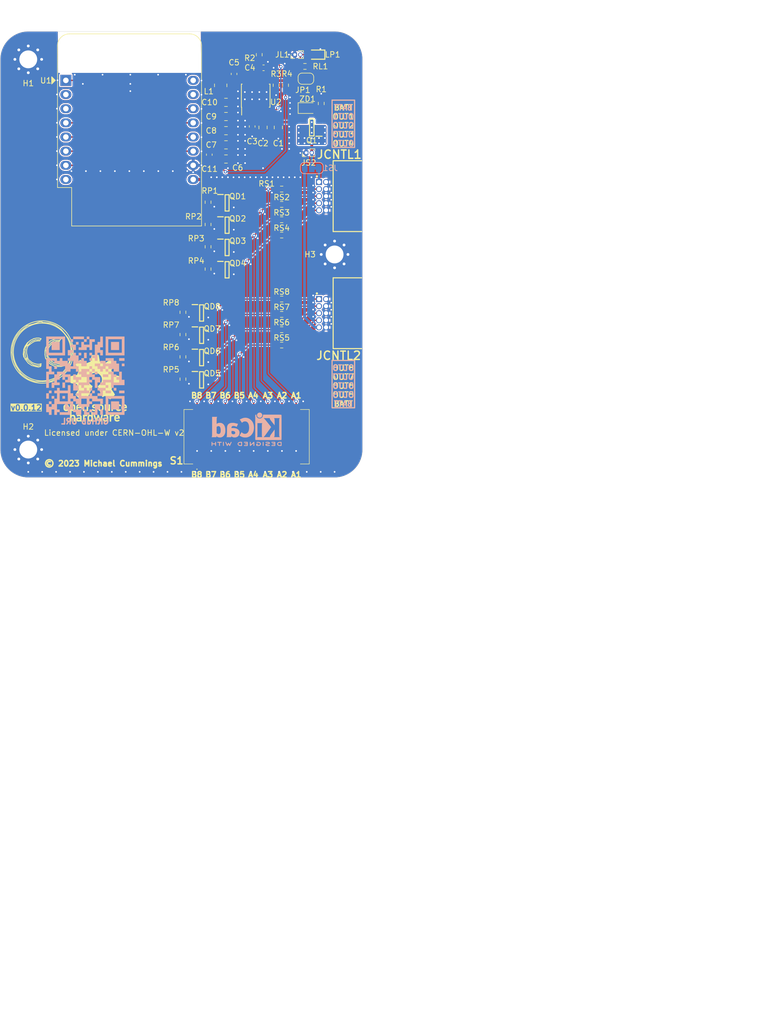
<source format=kicad_pcb>
(kicad_pcb (version 20221018) (generator pcbnew)
  (title_block (title "Dragon We SSR Control") (date "2023-02-17") (rev "0.0.12") (comment 2 "creativecommons.org/licenses/by/4.0/") (comment 3 "License: CC By 4.0") (comment 4 "Author: Michael Cummings") (comment 5 "https://ohwr.org/project/cernohl/wikis/Documents/CERN-OHL-version-2") (comment 6 "Hardware License: CERN-OHL-W"))
  (layers (0 "F.Cu" signal) (31 "B.Cu" signal) (34 "B.Paste" user) (35 "F.Paste" user) (36 "B.SilkS" user "B.Silkscreen") (37 "F.SilkS" user "F.Silkscreen") (38 "B.Mask" user) (39 "F.Mask" user) (44 "Edge.Cuts" user))
  (net 0 "")
  (net 1 "+BATT")
  (net 2 "/Control Out/OUT1")
  (net 3 "/Control Out/OUT2")
  (net 4 "/Control Out/OUT3")
  (net 5 "/Control Out/OUT4")
  (net 6 "/Control Out/OUT8")
  (net 7 "/Power Management/VDC")
  (net 8 "/Control Out/PwrIn1")
  (net 9 "/Control Out/PwrIn2")
  (net 10 "/Control Out/OUT7")
  (net 11 "/Control Out/OUT6")
  (net 12 "/Control Out/OUT5")
  (net 13 "Net-(JL1-Pin_2)")
  (net 14 "Net-(JP1-B)")
  (net 15 "/WeMOS Control/IO1")
  (net 16 "Net-(Q1-G)")
  (net 17 "/Control Out/BANK_A.OUT1")
  (net 18 "/WeMOS Control/IO2")
  (net 19 "/Control Out/BANK_A.OUT2")
  (net 20 "/WeMOS Control/IO3")
  (net 21 "/Control Out/BANK_A.OUT3")
  (net 22 "/WeMOS Control/IO4")
  (net 23 "/Control Out/BANK_A.OUT4")
  (net 24 "/WeMOS Control/IO5")
  (net 25 "/Control Out/BANK_B.OUT5")
  (net 26 "/WeMOS Control/IO6")
  (net 27 "/Control Out/BANK_B.OUT6")
  (net 28 "/WeMOS Control/IO7")
  (net 29 "/Control Out/BANK_B.OUT7")
  (net 30 "/WeMOS Control/IO8")
  (net 31 "/Power Management/PG")
  (net 32 "/Control Out/BANK_B.OUT8")
  (net 33 "/Power Management/SW")
  (net 34 "GNDPWR")
  (net 35 "/Power Management/VCC")
  (net 36 "+5V")
  (net 38 "/Power Management/BOOT")
  (net 39 "/Power Management/FB")
  (footprint "Resistor_SMD:R_0603_1608Metric" (layer "F.Cu") (at 57.28 62.625 -90)
    (fp_text reference "RP4")
    (fp_text value "10k" hide)
  )
  (footprint "Resistor_SMD:R_0603_1608Metric" (layer "F.Cu") (at 71.2 29.64 -90)
    (fp_text reference "R4")
    (fp_text value "24k9" hide)
  )
  (footprint "Resistor_SMD:R_0603_1608Metric" (layer "F.Cu") (at 70.5 68)
    (fp_text reference "RS8")
    (fp_text value "270R" hide)
  )
  (footprint "Resistor_SMD:R_0603_1608Metric" (layer "F.Cu") (at 52.77 82.37 -90)
    (fp_text reference "RP5")
    (fp_text value "10k" hide)
  )
  (footprint "Jumper:SolderJumper-2_P1.3mm_Bridged_RoundedPad1.0x1.5mm" (layer "F.Cu") (at 74.85 28.465)
    (fp_text reference "JP1")
    (fp_text value "SolderJumper_2_Bridged" hide)
  )
  (footprint "dragon_mobile:2V7002KT1G" (layer "F.Cu") (at 56.12 82.5)
    (fp_text reference "QD5")
    (fp_text value "2N7002K" hide)
  )
  (footprint "Resistor_SMD:R_0603_1608Metric" (layer "F.Cu") (at 70.5 76.25)
    (fp_text reference "RS5")
    (fp_text value "270R" hide)
  )
  (footprint "dragon_mobile:SAMTEC_SHF-105-01-L-D-RA" (layer "F.Cu") (at 77.835 49.54 -90)
    (fp_text reference "JCNTL1")
    (fp_text value "SHF-105-01-L-D-RA" hide)
  )
  (footprint "Resistor_SMD:R_0603_1608Metric" (layer "F.Cu") (at 52.77 74.37 -90)
    (fp_text reference "RP7")
    (fp_text value "10k" hide)
  )
  (footprint "dragon_mobile:LEDC1608X80N" (layer "F.Cu") (at 76.65 24.15 180)
    (fp_text reference "LP1")
    (fp_text value "LTST-C190KGKT" hide)
  )
  (footprint "Diode_SMD:D_0805_2012Metric" (layer "F.Cu") (at 75.1375 33.74)
    (fp_text reference "ZD1")
    (fp_text value "10V" hide)
  )
  (footprint "Resistor_SMD:R_0603_1608Metric" (layer "F.Cu") (at 74.675 26.265 180)
    (fp_text reference "RL1")
    (fp_text value "270R" hide)
  )
  (footprint "Resistor_SMD:R_0603_1608Metric" (layer "F.Cu") (at 57.28 50.625 -90)
    (fp_text reference "RP1")
    (fp_text value "10k" hide)
  )
  (footprint "Capacitor_SMD:C_0805_2012Metric" (layer "F.Cu") (at 60.5 37.795)
    (fp_text reference "C8")
    (fp_text value "4u7" hide)
  )
  (footprint "dragon_mobile:PinHeader_1x02_P1.00mm_Vertical" (layer "F.Cu") (at 72.85 24.15 90)
    (fp_text reference "JL1")
    (fp_text value "Conn_01x02" hide)
  )
  (footprint "Resistor_SMD:R_0603_1608Metric" (layer "F.Cu") (at 70.5 73.5)
    (fp_text reference "RS6")
    (fp_text value "270R" hide)
  )
  (footprint "dragon_mobile:2V7002KT1G" (layer "F.Cu") (at 60.7 50.75)
    (fp_text reference "QD1")
    (fp_text value "2N7002K" hide)
  )
  (footprint "Resistor_SMD:R_0603_1608Metric" (layer "F.Cu") (at 69.5 29.64 -90)
    (fp_text reference "R3")
    (fp_text value "100k" hide)
  )
  (footprint "Fiducial:Fiducial_0.5mm_Mask1mm" (layer "F.Cu") (at 25 32.5)
    (fp_text reference "FID1" hide)
    (fp_text value "Fiducial" hide)
  )
  (footprint "dragon_mobile:2V7002KT1G" (layer "F.Cu") (at 56.12 74.5)
    (fp_text reference "QD7")
    (fp_text value "2N7002K" hide)
  )
  (footprint "dragon_mobile:JCNTL2_Label" (layer "F.Cu") (at 79.55 87.5)
    (fp_text reference "JCNTL2_Label" hide)
    (fp_text value "JCNTL2_Label" hide)
  )
  (footprint "Symbol:OSHW-Logo_11.4x12mm_SilkScreen" (layer "F.Cu") (at 37 84)
    (fp_text reference "#LOGO1" hide)
    (fp_text value "OSHW-Logo_11.4x12mm_SilkScreen" hide)
  )
  (footprint "Symbol:Symbol_CreativeCommons_SilkScreenTop_Type2_Big" (layer "F.Cu") (at 27.5 77.5)
    (fp_text reference "#LOGO2" hide)
    (fp_text value "Symbol_CreativeCommons_SilkScreenTop_Type2_Big" hide)
  )
  (footprint "Capacitor_SMD:C_0603_1608Metric" (layer "F.Cu") (at 61.95 27.615 -90)
    (fp_text reference "C5")
    (fp_text value "100n" hide)
  )
  (footprint "Capacitor_SMD:C_0805_2012Metric" (layer "F.Cu") (at 60.5 35.255)
    (fp_text reference "C9")
    (fp_text value "4u7" hide)
  )
  (footprint "Resistor_SMD:R_0603_1608Metric" (layer "F.Cu") (at 66.47 24.165 90)
    (fp_text reference "R2")
    (fp_text value "100k" hide)
  )
  (footprint "Package_SO:Texas_HSOP-8-1EP_3.9x4.9mm_P1.27mm_ThermalVias" (layer "F.Cu") (at 65.835 31.515 90)
    (fp_text reference "U2")
    (fp_text value "LMR33610BDDAR" hide)
  )
  (footprint "dragon_mobile:JCNTL1_Label" (layer "F.Cu") (at 79.55 40.8)
    (fp_text reference "JCNTL1_Label" hide)
    (fp_text value "JCNTL1_Label" hide)
  )
  (footprint "Resistor_SMD:R_0603_1608Metric" (layer "F.Cu") (at 70.5 48.27)
    (fp_text reference "RS1")
    (fp_text value "270R" hide)
  )
  (footprint "Resistor_SMD:R_0603_1608Metric" (layer "F.Cu") (at 52.77 78.37 -90)
    (fp_text reference "RP6")
    (fp_text value "10k" hide)
  )
  (footprint "Capacitor_SMD:C_0603_1608Metric" (layer "F.Cu") (at 57.5 42.1 -90)
    (fp_text reference "C11")
    (fp_text value "100n" hide)
  )
  (footprint "Resistor_SMD:R_0603_1608Metric" (layer "F.Cu") (at 70.5 53.77)
    (fp_text reference "RS3")
    (fp_text value "270R" hide)
  )
  (footprint "MountingHole:MountingHole_3.2mm_M3_Pad_Via" (layer "F.Cu") (at 80 60)
    (fp_text reference "H3")
    (fp_text value "MountingHole_Pad" hide)
  )
  (footprint "dragon_mobile:2V7002KT1G" (layer "F.Cu") (at 60.7 54.75)
    (fp_text reference "QD2")
    (fp_text value "2N7002K" hide)
  )
  (footprint "Capacitor_SMD:C_0805_2012Metric" (layer "F.Cu") (at 60.5 32.715)
    (fp_text reference "C10")
    (fp_text value "4u7" hide)
  )
  (footprint "Resistor_SMD:R_0603_1608Metric" (layer "F.Cu") (at 70.5 51.02)
    (fp_text reference "RS2")
    (fp_text value "270R" hide)
  )
  (footprint "Capacitor_SMD:C_0805_2012Metric" (layer "F.Cu") (at 69.9 37.215 -90)
    (fp_text reference "C1")
    (fp_text value "4u7" hide)
  )
  (footprint "dragon_mobile:2V7002KT1G" (layer "F.Cu") (at 56.12 78.5)
    (fp_text reference "QD6")
    (fp_text value "2N7002K" hide)
  )
  (footprint "dragon_mobile:2V7002KT1G" (layer "F.Cu") (at 60.7 58.75)
    (fp_text reference "QD3")
    (fp_text value "2N7002K" hide)
  )
  (footprint "Fiducial:Fiducial_0.5mm_Mask1mm" (layer "F.Cu") (at 80 26.5)
    (fp_text reference "FID2" hide)
    (fp_text value "Fiducial" hide)
  )
  (footprint "Capacitor_SMD:C_0603_1608Metric" (layer "F.Cu") (at 67.245 26.515)
    (fp_text reference "C4")
    (fp_text value "1u" hide)
  )
  (footprint "Resistor_SMD:R_0603_1608Metric" (layer "F.Cu") (at 57.28 58.625 -90)
    (fp_text reference "RP3")
    (fp_text value "10k" hide)
  )
  (footprint "dragon_mobile:SAMTEC_SHF-105-01-L-D-RA" (layer "F.Cu") (at 77.835 70.54 -90)
    (fp_text reference "JCNTL2")
    (fp_text value "SHF-105-01-L-D-RA" hide)
  )
  (footprint "Capacitor_SMD:C_0805_2012Metric" (layer "F.Cu") (at 60.5 42.875)
    (fp_text reference "C6")
    (fp_text value "4u7" hide)
  )
  (footprint "dragon_mobile:PinHeader_1x02_P1.00mm_Vertical" (layer "F.Cu") (at 74.9 41.75 90)
    (fp_text reference "JS2")
    (fp_text value "Conn_01x02" hide)
  )
  (footprint "Resistor_SMD:R_0603_1608Metric" (layer "F.Cu") (at 70.5 70.75)
    (fp_text reference "RS7")
    (fp_text value "270R" hide)
  )
  (footprint "Capacitor_SMD:C_0805_2012Metric" (layer "F.Cu") (at 67.15 37.215 -90)
    (fp_text reference "C2")
    (fp_text value "4u7" hide)
  )
  (footprint "Capacitor_SMD:C_0603_1608Metric" (layer "F.Cu") (at 65.2 37.04 -90)
    (fp_text reference "C3")
    (fp_text value "220n" hide)
  )
  (footprint "Resistor_SMD:R_0603_1608Metric" (layer "F.Cu") (at 57.28 54.625 -90)
    (fp_text reference "RP2")
    (fp_text value "10k" hide)
  )
  (footprint "Capacitor_SMD:C_0805_2012Metric" (layer "F.Cu") (at 60.5 40.335)
    (fp_text reference "C7")
    (fp_text value "4u7" hide)
  )
  (footprint "dragon_mobile:SOT95P284X110-6N" (layer "F.Cu") (at 75.9 37.215 180)
    (fp_text reference "Q1")
    (fp_text value "SQ3419EV-T1_GE3" hide)
  )
  (footprint "Resistor_SMD:R_0603_1608Metric" (layer "F.Cu") (at 70.5 56.52)
    (fp_text reference "RS4")
    (fp_text value "270R" hide)
  )
  (footprint "Inductor_SMD:L_1008_2520Metric" (layer "F.Cu") (at 59.55 29.665 -90)
    (fp_text reference "L1")
    (fp_text value "2u2" hide)
  )
  (footprint "MountingHole:MountingHole_3.2mm_M3_Pad_Via" (layer "F.Cu") (at 25 95)
    (fp_text reference "H2")
    (fp_text value "MountingHole_Pad" hide)
  )
  (footprint "dragon_mobile:2V7002KT1G" (layer "F.Cu") (at 56.12 70.5)
    (fp_text reference "QD8")
    (fp_text value "2N7002K" hide)
  )
  (footprint "dragon_mobile:1938MS" (layer "F.Cu") (at 64.2 92.7)
    (fp_text reference "S1")
    (fp_text value "193-8MS" hide)
  )
  (footprint "Fiducial:Fiducial_0.5mm_Mask1mm" (layer "F.Cu") (at 80 95)
    (fp_text reference "FID3" hide)
    (fp_text value "Fiducial" hide)
  )
  (footprint "dragon_mobile:2V7002KT1G" (layer "F.Cu") (at 60.7 62.75)
    (fp_text reference "QD4")
    (fp_text value "2N7002K" hide)
  )
  (footprint "Resistor_SMD:R_0603_1608Metric" (layer "F.Cu") (at 52.77 70.37 -90)
    (fp_text reference "RP8")
    (fp_text value "10k" hide)
  )
  (footprint "Resistor_SMD:R_0603_1608Metric" (layer "F.Cu") (at 77.6 32.915 90)
    (fp_text reference "R1")
    (fp_text value "100k" hide)
  )
  (footprint "dragon_mobile:WEMOS_D1_mini_light" (layer "F.Cu") (at 31.75 28.77)
    (fp_text reference "U1")
    (fp_text value "WeMos_D1_mini")
  )
  (footprint "MountingHole:MountingHole_3.2mm_M3_Pad_Via" (layer "F.Cu") (at 25 25)
    (fp_text reference "H1")
    (fp_text value "MountingHole_Pad" hide)
  )
  (footprint "Jumper:SolderJumper-3_P1.3mm_Bridged12_RoundedPad1.0x1.5mm_NumberLabels" (layer "B.Cu") (at 75.9 44.5 180)
    (fp_text reference "JS1")
    (fp_text value "SolderJumper_3_Bridged12" hide)
  )
  (footprint "Symbol:KiCad-Logo2_5mm_SilkScreen" (layer "B.Cu") (at 64.2 91.35 180)
    (fp_text reference "REF_KiCAD" hide)
    (fp_text value "KiCad-Logo2_5mm_SilkScreen" hide)
  )
  (footprint "LOGO" (layer "B.Cu") (at 35.25 81.75 180)
    (fp_text reference "QRCode1" hide)
    (fp_text value "GitHub URL")
  )
  (gr_line (start 20 95) (end 20 25) (stroke (width 0.05)) (layer "Edge.Cuts"))
  (gr_arc (start 25 100) (mid 21.464467 98.535534) (end 20 95) (stroke (width 0.05)) (layer "Edge.Cuts"))
  (gr_line (start 85 25) (end 85 95) (stroke (width 0.05)) (layer "Edge.Cuts"))
  (gr_arc (start 80 20) (mid 83.535533 21.464466) (end 85 25) (stroke (width 0.05)) (layer "Edge.Cuts"))
  (gr_arc (start 85 95) (mid 83.535534 98.535533) (end 80 100) (stroke (width 0.05)) (layer "Edge.Cuts"))
  (gr_line (start 25 20) (end 80 20) (stroke (width 0.05)) (layer "Edge.Cuts"))
  (gr_arc (start 20 25) (mid 21.464466 21.464467) (end 25 20) (stroke (width 0.05)) (layer "Edge.Cuts"))
  (gr_line (start 80 100) (end 25 100) (stroke (width 0.05)) (layer "Edge.Cuts"))
  (gr_text "© 2023 Michael Cummings" (at 27.75 97.5) (layer "F.SilkS") (effects (font (size 1 1) (thickness 0.25) bold) (justify left)))
  (gr_text "B6" (at 60.35 85.3) (layer "F.SilkS") (effects (font (size 1 1) (thickness 0.25))))
  (gr_text "A2" (at 70.56 85.3) (layer "F.SilkS") (effects (font (size 1 1) (thickness 0.25))))
  (gr_text "A1" (at 73.1 85.3) (layer "F.SilkS") (effects (font (size 1 1) (thickness 0.25))))
  (gr_text "v0.0.12" (at 21.75 87.5) (layer "F.SilkS" knockout) (effects (font (size 1 1) (thickness 0.2) bold) (justify left)))
  (gr_text "B8" (at 55.25 85.3) (layer "F.SilkS") (effects (font (size 1 1) (thickness 0.25))))
  (gr_text "B5" (at 62.9 85.3) (layer "F.SilkS") (effects (font (size 1 1) (thickness 0.25))))
  (gr_text "B8" (at 55.25 99.5) (layer "F.SilkS") (effects (font (size 1 1) (thickness 0.25))))
  (gr_text "A4" (at 65.4 99.5) (layer "F.SilkS") (effects (font (size 1 1) (thickness 0.25))))
  (gr_text "B6" (at 60.35 99.5) (layer "F.SilkS") (effects (font (size 1 1) (thickness 0.25))))
  (gr_text "A1" (at 73.1 99.5) (layer "F.SilkS") (effects (font (size 1 1) (thickness 0.25))))
  (gr_text "A3" (at 68.02 85.3) (layer "F.SilkS") (effects (font (size 1 1) (thickness 0.25))))
  (gr_text "B7" (at 57.8 85.3) (layer "F.SilkS") (effects (font (size 1 1) (thickness 0.25))))
  (gr_text "B5" (at 62.9 99.5) (layer "F.SilkS") (effects (font (size 1 1) (thickness 0.25))))
  (gr_text "Licensed under CERN-OHL-W v2" (at 27.75 92) (layer "F.SilkS") (effects (font (size 1 1)) (justify left)))
  (gr_text "A3" (at 68.02 99.5) (layer "F.SilkS") (effects (font (size 1 1) (thickness 0.25))))
  (gr_text "A2" (at 70.56 99.5) (layer "F.SilkS") (effects (font (size 1 1) (thickness 0.25))))
  (gr_text "B7" (at 57.8 99.5) (layer "F.SilkS") (effects (font (size 1 1) (thickness 0.25))))
  (gr_text "A4" (at 65.4 85.3) (layer "F.SilkS") (effects (font (size 1 1) (thickness 0.25))))
  (segment (start 75.9 41.75) (end 75.9 40.065) (width 0.5) (layer "F.Cu") (net 1))
  (via (at 75.9 40.065) (size 0.6) (drill 0.3) (layers "F.Cu" "B.Cu") (net 1))
  (via (at 78.25 38.165) (size 0.6) (drill 0.3) (layers "F.Cu" "B.Cu") (net 1))
  (via (at 75.9 39.115) (size 0.6) (drill 0.3) (layers "F.Cu" "B.Cu") (net 1))
  (via (at 78.25 40.065) (size 0.6) (drill 0.3) (layers "F.Cu" "B.Cu") (net 1))
  (via (at 73.55 38.165) (size 0.6) (drill 0.3) (layers "F.Cu" "B.Cu") (net 1))
  (via (at 73.55 37.215) (size 0.6) (drill 0.3) (layers "F.Cu" "B.Cu") (net 1))
  (via (at 77.2 39.115) (size 0.6) (drill 0.3) (layers "F.Cu" "B.Cu") (net 1))
  (via (at 78.25 39.115) (size 0.6) (drill 0.3) (layers "F.Cu" "B.Cu") (net 1))
  (via (at 75.9 36.265) (size 0.6) (drill 0.3) (layers "F.Cu" "B.Cu") (net 1))
  (via (at 75.9 38.165) (size 0.6) (drill 0.3) (layers "F.Cu" "B.Cu") (net 1))
  (via (at 74.6 39.115) (size 0.6) (drill 0.3) (layers "F.Cu" "B.Cu") (net 1))
  (via (at 74.6 40.065) (size 0.6) (drill 0.3) (layers "F.Cu" "B.Cu") (net 1))
  (via (at 77.2 40.065) (size 0.6) (drill 0.3) (layers "F.Cu" "B.Cu") (net 1))
  (via (at 73.55 39.115) (size 0.6) (drill 0.3) (layers "F.Cu" "B.Cu") (net 1))
  (via (at 75.9 37.215) (size 0.6) (drill 0.3) (layers "F.Cu" "B.Cu") (net 1))
  (via (at 73.55 40.065) (size 0.6) (drill 0.3) (layers "F.Cu" "B.Cu") (net 1))
  (via (at 78.25 37.215) (size 0.6) (drill 0.3) (layers "F.Cu" "B.Cu") (net 1))
  (segment (start 75.9 44.5) (end 75.9 41.75) (width 0.5) (layer "B.Cu") (net 1))
  (segment (start 71.325 48.27) (end 77.2 48.27) (width 0.25) (layer "F.Cu") (net 2))
  (segment (start 73.86521 49.54) (end 77.2 49.54) (width 0.25) (layer "F.Cu") (net 3))
  (segment (start 71.325 51.02) (end 72.17479 51.02) (width 0.25) (layer "F.Cu") (net 3))
  (segment (start 72.354395 50.945605) (end 73.685605 49.614395) (width 0.25) (layer "F.Cu") (net 3))
  (arc (start 73.685605 49.614395) (mid 73.768008 49.559335) (end 73.86521 49.54) (width 0.25) (layer "F.Cu") (net 3))
  (arc (start 72.354395 50.945605) (mid 72.271992 51.000665) (end 72.17479 51.02) (width 0.25) (layer "F.Cu") (net 3))
  (segment (start 75.14521 50.81) (end 77.2 50.81) (width 0.25) (layer "F.Cu") (net 4))
  (segment (start 71.325 53.77) (end 71.97479 53.77) (width 0.25) (layer "F.Cu") (net 4))
  (segment (start 72.154395 53.695605) (end 74.965605 50.884395) (width 0.25) (layer "F.Cu") (net 4))
  (arc (start 74.965605 50.884395) (mid 75.048008 50.829335) (end 75.14521 50.81) (width 0.25) (layer "F.Cu") (net 4))
  (arc (start 72.154395 53.695605) (mid 72.071992 53.750665) (end 71.97479 53.77) (width 0.25) (layer "F.Cu") (net 4))
  (segment (start 72.104395 56.445605) (end 76.395605 52.154395) (width 0.25) (layer "F.Cu") (net 5))
  (segment (start 76.57521 52.08) (end 77.2 52.08) (width 0.25) (layer "F.Cu") (net 5))
  (segment (start 71.325 56.52) (end 71.92479 56.52) (width 0.25) (layer "F.Cu") (net 5))
  (arc (start 71.92479 56.52) (mid 72.021992 56.500665) (end 72.104395 56.445605) (width 0.25) (layer "F.Cu") (net 5))
  (arc (start 76.57521 52.08) (mid 76.478008 52.099335) (end 76.395605 52.154395) (width 0.25) (layer "F.Cu") (net 5))
  (segment (start 71.325 68) (end 77.2 68) (width 0.25) (layer "F.Cu") (net 6))
  (segment (start 74.2 34.9) (end 74.6 35.3) (width 0.25) (layer "F.Cu") (net 7))
  (segment (start 74.6 36.265) (end 65.2 36.265) (width 0.5) (layer "F.Cu") (net 7))
  (segment (start 66.47 34.215) (end 65.2 34.215) (width 0.55) (layer "F.Cu") (net 7))
  (segment (start 65.2 36.265) (end 65.2 34.215) (width 0.55) (layer "F.Cu") (net 7))
  (segment (start 74.2 33.74) (end 74.2 34.9) (width 0.25) (layer "F.Cu") (net 7))
  (segment (start 74.6 35.3) (end 74.6 36.265) (width 0.25) (layer "F.Cu") (net 7))
  (segment (start 77.2 47) (end 77.2 44.5) (width 0.5) (layer "B.Cu") (net 8))
  (segment (start 76.354859 73.005605) (end 74.674395 71.325141) (width 0.5) (layer "B.Cu") (net 9))
  (segment (start 77.2 73.08) (end 76.534464 73.08) (width 0.5) (layer "B.Cu") (net 9))
  (segment (start 74.6 71.145536) (end 74.6 44.5) (width 0.5) (layer "B.Cu") (net 9))
  (arc (start 76.354859 73.005605) (mid 76.437262 73.060665) (end 76.534464 73.08) (width 0.5) (layer "B.Cu") (net 9))
  (arc (start 74.6 71.145536) (mid 74.619335 71.242738) (end 74.674395 71.325141) (width 0.5) (layer "B.Cu") (net 9))
  (segment (start 73.68521 69.27) (end 77.2 69.27) (width 0.25) (layer "F.Cu") (net 10))
  (segment (start 71.325 70.75) (end 71.99479 70.75) (width 0.25) (layer "F.Cu") (net 10))
  (segment (start 72.174395 70.675605) (end 73.505605 69.344395) (width 0.25) (layer "F.Cu") (net 10))
  (arc (start 73.505605 69.344395) (mid 73.588008 69.289335) (end 73.68521 69.27) (width 0.25) (layer "F.Cu") (net 10))
  (arc (start 72.174395 70.675605) (mid 72.091992 70.730665) (end 71.99479 70.75) (width 0.25) (layer "F.Cu") (net 10))
  (segment (start 75.16 70.54) (end 77.2 70.54) (width 0.25) (layer "F.Cu") (net 11))
  (segment (start 72.2 73.5) (end 75.16 70.54) (width 0.25) (layer "F.Cu") (net 11))
  (segment (start 71.325 73.5) (end 72.2 73.5) (width 0.25) (layer "F.Cu") (net 11))
  (segment (start 76.44 71.81) (end 77.2 71.81) (width 0.25) (layer "F.Cu") (net 12))
  (segment (start 72 76.25) (end 76.44 71.81) (width 0.25) (layer "F.Cu") (net 12))
  (segment (start 71.325 76.25) (end 72 76.25) (width 0.25) (layer "F.Cu") (net 12))
  (segment (start 73.85 24.15) (end 75.85 24.15) (width 0.25) (layer "F.Cu") (net 13))
  (segment (start 73.85 26.265) (end 73.85 24.15) (width 0.25) (layer "F.Cu") (net 13))
  (segment (start 75.5 28.465) (end 75.5 26.265) (width 0.25) (layer "F.Cu") (net 14))
  (segment (start 54.61 41.47) (end 53.38 41.47) (width 0.25) (layer "F.Cu") (net 15))
  (segment (start 56 49.8) (end 57.28 49.8) (width 0.25) (layer "F.Cu") (net 15))
  (segment (start 52.25 42.6) (end 52.25 46.05) (width 0.25) (layer "F.Cu") (net 15))
  (segment (start 53.38 41.47) (end 52.25 42.6) (width 0.25) (layer "F.Cu") (net 15))
  (segment (start 57.28 49.8) (end 59.7625 49.8) (width 0.25) (layer "F.Cu") (net 15))
  (segment (start 52.25 46.05) (end 56 49.8) (width 0.25) (layer "F.Cu") (net 15))
  (segment (start 77.2 35.2) (end 77.6 34.8) (width 0.25) (layer "F.Cu") (net 16))
  (segment (start 77.6 34.8) (end 77.6 33.74) (width 0.25) (layer "F.Cu") (net 16))
  (segment (start 77.2 36.265) (end 77.2 35.2) (width 0.25) (layer "F.Cu") (net 16))
  (segment (start 77.6 33.74) (end 76.075 33.74) (width 0.25) (layer "F.Cu") (net 16))
  (segment (start 63.39479 50.75) (end 61.9 50.75) (width 0.25) (layer "F.Cu") (net 17))
  (segment (start 69.675 48.27) (end 66.08521 48.27) (width 0.25) (layer "F.Cu") (net 17))
  (segment (start 73.09 88.4) (end 73.09 86.35) (width 0.25) (layer "F.Cu") (net 17))
  (segment (start 65.905605 48.344395) (end 63.574395 50.675605) (width 0.25) (layer "F.Cu") (net 17))
  (via (at 73.09 86.35) (size 0.6) (drill 0.3) (layers "F.Cu" "B.Cu") (net 17))
  (via (at 68.1 48.27) (size 0.6) (drill 0.3) (layers "F.Cu" "B.Cu") (net 17))
  (arc (start 63.574395 50.675605) (mid 63.491992 50.730665) (end 63.39479 50.75) (width 0.25) (layer "F.Cu") (net 17))
  (arc (start 66.08521 48.27) (mid 65.988008 48.289335) (end 65.905605 48.344395) (width 0.25) (layer "F.Cu") (net 17))
  (segment (start 68.174395 81.434395) (end 73.09 86.35) (width 0.25) (layer "B.Cu") (net 17))
  (segment (start 68.1 48.27) (end 68.1 81.25479) (width 0.25) (layer "B.Cu") (net 17))
  (arc (start 68.1 81.25479) (mid 68.119335 81.351992) (end 68.174395 81.434395) (width 0.25) (layer "B.Cu") (net 17))
  (segment (start 54.61 38.93) (end 53.37 38.93) (width 0.25) (layer "F.Cu") (net 18))
  (segment (start 49.65 46.95) (end 56.5 53.8) (width 0.25) (layer "F.Cu") (net 18))
  (segment (start 57.28 53.8) (end 59.7625 53.8) (width 0.25) (layer "F.Cu") (net 18))
  (segment (start 56.5 53.8) (end 57.28 53.8) (width 0.25) (layer "F.Cu") (net 18))
  (segment (start 53.37 38.93) (end 49.65 42.65) (width 0.25) (layer "F.Cu") (net 18))
  (segment (start 49.65 42.65) (end 49.65 46.95) (width 0.25) (layer "F.Cu") (net 18))
  (segment (start 64.374395 54.675605) (end 67.955605 51.094395) (width 0.25) (layer "F.Cu") (net 19))
  (segment (start 61.9 54.75) (end 64.19479 54.75) (width 0.25) (layer "F.Cu") (net 19))
  (segment (start 70.55 88.4) (end 70.55 86.35) (width 0.25) (layer "F.Cu") (net 19))
  (segment (start 68.13521 51.02) (end 69.675 51.02) (width 0.25) (layer "F.Cu") (net 19))
  (via (at 70.55 86.35) (size 0.6) (drill 0.3) (layers "F.Cu" "B.Cu") (net 19))
  (via (at 66.825 52.225) (size 0.6) (drill 0.3) (layers "F.Cu" "B.Cu") (net 19))
  (arc (start 64.19479 54.75) (mid 64.291992 54.730665) (end 64.374395 54.675605) (width 0.25) (layer "F.Cu") (net 19))
  (arc (start 68.13521 51.02) (mid 68.038008 51.039335) (end 67.955605 51.094395) (width 0.25) (layer "F.Cu") (net 19))
  (segment (start 66.825 52.225) (end 66.825 82.51979) (width 0.25) (layer "B.Cu") (net 19))
  (segment (start 66.899395 82.699395) (end 70.55 86.35) (width 0.25) (layer "B.Cu") (net 19))
  (arc (start 66.899395 82.699395) (mid 66.844335 82.616992) (end 66.825 82.51979) (width 0.25) (layer "B.Cu") (net 19))
  (segment (start 56.5 57.8) (end 57.28 57.8) (width 0.25) (layer "F.Cu") (net 20))
  (segment (start 53.36 36.39) (end 47.05 42.7) (width 0.25) (layer "F.Cu") (net 20))
  (segment (start 54.61 36.39) (end 53.36 36.39) (width 0.25) (layer "F.Cu") (net 20))
  (segment (start 47.05 48.35) (end 56.5 57.8) (width 0.25) (layer "F.Cu") (net 20))
  (segment (start 47.05 42.7) (end 47.05 48.35) (width 0.25) (layer "F.Cu") (net 20))
  (segment (start 57.28 57.8) (end 59.7625 57.8) (width 0.25) (layer "F.Cu") (net 20))
  (segment (start 63.474395 58.675605) (end 68.305605 53.844395) (width 0.25) (layer "F.Cu") (net 21))
  (segment (start 68.01 88.4) (end 68.01 86.35) (width 0.25) (layer "F.Cu") (net 21))
  (segment (start 61.9 58.75) (end 63.29479 58.75) (width 0.25) (layer "F.Cu") (net 21))
  (segment (start 68.48521 53.77) (end 69.675 53.77) (width 0.25) (layer "F.Cu") (net 21))
  (via (at 65.55 56.6) (size 0.6) (drill 0.3) (layers "F.Cu" "B.Cu") (net 21))
  (via (at 68.01 86.35) (size 0.6) (drill 0.3) (layers "F.Cu" "B.Cu") (net 21))
  (arc (start 68.305605 53.844395) (mid 68.388008 53.789335) (end 68.48521 53.77) (width 0.25) (layer "F.Cu") (net 21))
  (arc (start 63.474395 58.675605) (mid 63.391992 58.730665) (end 63.29479 58.75) (width 0.25) (layer "F.Cu") (net 21))
  (segment (start 65.55 56.6) (end 65.55 83.78479) (width 0.25) (layer "B.Cu") (net 21))
  (segment (start 65.624395 83.964395) (end 68.01 86.35) (width 0.25) (layer "B.Cu") (net 21))
  (arc (start 65.55 83.78479) (mid 65.569335 83.881992) (end 65.624395 83.964395) (width 0.25) (layer "B.Cu") (net 21))
  (segment (start 57.28 61.8) (end 59.7625 61.8) (width 0.25) (layer "F.Cu") (net 22))
  (segment (start 53.35 33.85) (end 44.45 42.75) (width 0.25) (layer "F.Cu") (net 22))
  (segment (start 56.5 61.8) (end 57.28 61.8) (width 0.25) (layer "F.Cu") (net 22))
  (segment (start 54.61 33.85) (end 53.35 33.85) (width 0.25) (layer "F.Cu") (net 22))
  (segment (start 44.45 42.75) (end 44.45 49.75) (width 0.25) (layer "F.Cu") (net 22))
  (segment (start 44.45 49.75) (end 56.5 61.8) (width 0.25) (layer "F.Cu") (net 22))
  (segment (start 69.08521 56.52) (end 69.675 56.52) (width 0.25) (layer "F.Cu") (net 23))
  (segment (start 65.47 88.4) (end 65.47 86.35) (width 0.25) (layer "F.Cu") (net 23))
  (segment (start 62.824395 62.675605) (end 68.905605 56.594395) (width 0.25) (layer "F.Cu") (net 23))
  (segment (start 61.9 62.75) (end 62.64479 62.75) (width 0.25) (layer "F.Cu") (net 23))
  (via (at 64.295 61.205) (size 0.6) (drill 0.3) (layers "F.Cu" "B.Cu") (net 23))
  (via (at 65.47 86.35) (size 0.6) (drill 0.3) (layers "F.Cu" "B.Cu") (net 23))
  (arc (start 62.64479 62.75) (mid 62.741992 62.730665) (end 62.824395 62.675605) (width 0.25) (layer "F.Cu") (net 23))
  (arc (start 68.905605 56.594395) (mid 68.988008 56.539335) (end 69.08521 56.52) (width 0.25) (layer "F.Cu") (net 23))
  (segment (start 64.364395 85.244395) (end 65.47 86.35) (width 0.25) (layer "B.Cu") (net 23))
  (segment (start 64.29 61.21) (end 64.29 85.06479) (width 0.25) (layer "B.Cu") (net 23))
  (segment (start 64.295 61.205) (end 64.29 61.21) (width 0.25) (layer "B.Cu") (net 23))
  (arc (start 64.29 85.06479) (mid 64.309335 85.161992) (end 64.364395 85.244395) (width 0.25) (layer "B.Cu") (net 23))
  (segment (start 34.05 45) (end 34.05 63.6) (width 0.25) (layer "F.Cu") (net 24))
  (segment (start 52.77 81.545) (end 54.92 81.545) (width 0.25) (layer "F.Cu") (net 24))
  (segment (start 33.06 44.01) (end 34.05 45) (width 0.25) (layer "F.Cu") (net 24))
  (segment (start 31.75 44.01) (end 33.06 44.01) (width 0.25) (layer "F.Cu") (net 24))
  (segment (start 34.05 63.6) (end 51.995 81.545) (width 0.25) (layer "F.Cu") (net 24))
  (segment (start 51.995 81.545) (end 52.77 81.545) (width 0.25) (layer "F.Cu") (net 24))
  (segment (start 62.93 88.4) (end 62.93 86.35) (width 0.25) (layer "F.Cu") (net 25))
  (segment (start 58.474395 82.425605) (end 64.575605 76.324395) (width 0.25) (layer "F.Cu") (net 25))
  (segment (start 57.32 82.5) (end 58.29479 82.5) (width 0.25) (layer "F.Cu") (net 25))
  (segment (start 64.75521 76.25) (end 69.675 76.25) (width 0.25) (layer "F.Cu") (net 25))
  (via (at 62.93 86.35) (size 0.6) (drill 0.3) (layers "F.Cu" "B.Cu") (net 25))
  (via (at 63.005 77.895) (size 0.6) (drill 0.3) (layers "F.Cu" "B.Cu") (net 25))
  (arc (start 64.75521 76.25) (mid 64.658008 76.269335) (end 64.575605 76.324395) (width 0.25) (layer "F.Cu") (net 25))
  (arc (start 58.29479 82.5) (mid 58.391992 82.480665) (end 58.474395 82.425605) (width 0.25) (layer "F.Cu") (net 25))
  (segment (start 62.930605 86.349395) (end 62.93 86.35) (width 0.25) (layer "B.Cu") (net 25))
  (segment (start 63.005 77.895) (end 63.005 86.16979) (width 0.25) (layer "B.Cu") (net 25))
  (arc (start 62.930605 86.349395) (mid 62.985665 86.266992) (end 63.005 86.16979) (width 0.25) (layer "B.Cu") (net 25))
  (segment (start 31.75 41.47) (end 33.12 41.47) (width 0.25) (layer "F.Cu") (net 26))
  (segment (start 36.65 62.2) (end 51.995 77.545) (width 0.25) (layer "F.Cu") (net 26))
  (segment (start 51.995 77.545) (end 52.77 77.545) (width 0.25) (layer "F.Cu") (net 26))
  (segment (start 36.65 45) (end 36.65 62.2) (width 0.25) (layer "F.Cu") (net 26))
  (segment (start 52.77 77.545) (end 54.92 77.545) (width 0.25) (layer "F.Cu") (net 26))
  (segment (start 33.12 41.47) (end 36.65 45) (width 0.25) (layer "F.Cu") (net 26))
  (segment (start 60.39 88.4) (end 60.39 86.35) (width 0.25) (layer "F.Cu") (net 27))
  (segment (start 63.25521 73.5) (end 69.675 73.5) (width 0.25) (layer "F.Cu") (net 27))
  (segment (start 58.224395 78.425605) (end 63.075605 73.574395) (width 0.25) (layer "F.Cu") (net 27))
  (segment (start 57.32 78.5) (end 58.04479 78.5) (width 0.25) (layer "F.Cu") (net 27))
  (via (at 60.39 86.35) (size 0.6) (drill 0.3) (layers "F.Cu" "B.Cu") (net 27))
  (via (at 61.745 74.905) (size 0.6) (drill 0.3) (layers "F.Cu" "B.Cu") (net 27))
  (arc (start 58.224395 78.425605) (mid 58.141992 78.480665) (end 58.04479 78.5) (width 0.25) (layer "F.Cu") (net 27))
  (arc (start 63.075605 73.574395) (mid 63.158008 73.519335) (end 63.25521 73.5) (width 0.25) (layer "F.Cu") (net 27))
  (segment (start 61.670605 85.069395) (end 60.39 86.35) (width 0.25) (layer "B.Cu") (net 27))
  (segment (start 61.745 74.905) (end 61.745 84.88979) (width 0.25) (layer "B.Cu") (net 27))
  (arc (start 61.745 84.88979) (mid 61.725665 84.986992) (end 61.670605 85.069395) (width 0.25) (layer "B.Cu") (net 27))
  (segment (start 39.3 60.85) (end 51.995 73.545) (width 0.25) (layer "F.Cu") (net 28))
  (segment (start 31.75 38.93) (end 33.23 38.93) (width 0.25) (layer "F.Cu") (net 28))
  (segment (start 52.77 73.545) (end 54.92 73.545) (width 0.25) (layer "F.Cu") (net 28))
  (segment (start 39.3 45) (end 39.3 60.85) (width 0.25) (layer "F.Cu") (net 28))
  (segment (start 33.23 38.93) (end 39.3 45) (width 0.25) (layer "F.Cu") (net 28))
  (segment (start 51.995 73.545) (end 52.77 73.545) (width 0.25) (layer "F.Cu") (net 28))
  (segment (start 62.00521 70.75) (end 69.675 70.75) (width 0.25) (layer "F.Cu") (net 29))
  (segment (start 58.224395 74.425605) (end 61.825605 70.824395) (width 0.25) (layer "F.Cu") (net 29))
  (segment (start 57.85 88.4) (end 57.85 86.35) (width 0.25) (layer "F.Cu") (net 29))
  (segment (start 57.32 74.5) (end 58.04479 74.5) (width 0.25) (layer "F.Cu") (net 29))
  (via (at 57.85 86.35) (size 0.6) (drill 0.3) (layers "F.Cu" "B.Cu") (net 29))
  (via (at 60.475 72.175) (size 0.6) (drill 0.3) (layers "F.Cu" "B.Cu") (net 29))
  (arc (start 61.825605 70.824395) (mid 61.908008 70.769335) (end 62.00521 70.75) (width 0.25) (layer "F.Cu") (net 29))
  (arc (start 58.04479 74.5) (mid 58.141992 74.480665) (end 58.224395 74.425605) (width 0.25) (layer "F.Cu") (net 29))
  (segment (start 60.400605 83.799395) (end 57.85 86.35) (width 0.25) (layer "B.Cu") (net 29))
  (segment (start 60.475 72.175) (end 60.475 83.61979) (width 0.25) (layer "B.Cu") (net 29))
  (arc (start 60.400605 83.799395) (mid 60.455665 83.716992) (end 60.475 83.61979) (width 0.25) (layer "B.Cu") (net 29))
  (segment (start 41.85 45) (end 41.85 59.4) (width 0.25) (layer "F.Cu") (net 30))
  (segment (start 51.995 69.545) (end 52.77 69.545) (width 0.25) (layer "F.Cu") (net 30))
  (segment (start 33.24 36.39) (end 41.85 45) (width 0.25) (layer "F.Cu") (net 30))
  (segment (start 31.75 36.39) (end 33.24 36.39) (width 0.25) (layer "F.Cu") (net 30))
  (segment (start 52.77 69.545) (end 54.92 69.545) (width 0.25) (layer "F.Cu") (net 30))
  (segment (start 41.85 59.4) (end 51.995 69.545) (width 0.25) (layer "F.Cu") (net 30))
  (segment (start 62.4156 23.34) (end 55.7056 30.05) (width 0.25) (layer "F.Cu") (net 31))
  (segment (start 34.5444 30.05) (end 34.045 29.5506) (width 0.25) (layer "F.Cu") (net 31))
  (segment (start 70.35 26.315) (end 67.375 23.34) (width 0.25) (layer "F.Cu") (net 31))
  (segment (start 67.74 34.215) (end 69.3 34.215) (width 0.25) (layer "F.Cu") (net 31))
  (segment (start 67.375 23.34) (end 66.47 23.34) (width 0.25) (layer "F.Cu") (net 31))
  (segment (start 55.7056 30.05) (end 34.5444 30.05) (width 0.25) (layer "F.Cu") (net 31))
  (segment (start 34.045 29.5506) (end 34.045 29.545) (width 0.25) (layer "F.Cu") (net 31))
  (segment (start 66.47 23.34) (end 62.4156 23.34) (width 0.25) (layer "F.Cu") (net 31))
  (segment (start 69.3 34.215) (end 69.8 33.715) (width 0.25) (layer "F.Cu") (net 31))
  (segment (start 34.045 29.545) (end 33.27 28.77) (width 0.25) (layer "F.Cu") (net 31))
  (segment (start 33.27 28.77) (end 31.75 28.77) (width 0.25) (layer "F.Cu") (net 31))
  (via (at 69.8 33.715) (size 0.6) (drill 0.3) (layers "F.Cu" "B.Cu") (net 31))
  (via (at 70.35 26.315) (size 0.6) (drill 0.3) (layers "F.Cu" "B.Cu") (net 31))
  (segment (start 70.35 33.165) (end 69.8 33.715) (width 0.25) (layer "B.Cu") (net 31))
  (segment (start 70.35 26.315) (end 70.35 33.165) (width 0.25) (layer "B.Cu") (net 31))
  (segment (start 58.224395 70.425605) (end 60.575605 68.074395) (width 0.25) (layer "F.Cu") (net 32))
  (segment (start 55.31 88.4) (end 55.31 86.35) (width 0.25) (layer "F.Cu") (net 32))
  (segment (start 60.75521 68) (end 69.675 68) (width 0.25) (layer "F.Cu") (net 32))
  (segment (start 57.32 70.5) (end 58.04479 70.5) (width 0.25) (layer "F.Cu") (net 32))
  (via (at 55.31 86.35) (size 0.6) (drill 0.3) (layers "F.Cu" "B.Cu") (net 32))
  (via (at 59.2 69.45) (size 0.6) (drill 0.3) (layers "F.Cu" "B.Cu") (net 32))
  (arc (start 60.575605 68.074395) (mid 60.658008 68.019335) (end 60.75521 68) (width 0.25) (layer "F.Cu") (net 32))
  (arc (start 58.04479 70.5) (mid 58.141992 70.480665) (end 58.224395 70.425605) (width 0.25) (layer "F.Cu") (net 32))
  (segment (start 59.2 69.45) (end 59.2 82.35479) (width 0.25) (layer "B.Cu") (net 32))
  (segment (start 59.125605 82.534395) (end 55.31 86.35) (width 0.25) (layer "B.Cu") (net 32))
  (arc (start 59.125605 82.534395) (mid 59.180665 82.451992) (end 59.2 82.35479) (width 0.25) (layer "B.Cu") (net 32))
  (via (at 76.15 69.89) (size 0.6) (drill 0.3) (layers "F.Cu" "B.Cu") (net 34))
  (via (at 69.85 46.15) (size 0.6) (drill 0.3) (layers "F.Cu" "B.Cu") (net 34))
  (via (at 64.93 61.75) (size 0.6) (drill 0.3) (layers "F.Cu" "B.Cu") (net 34))
  (via (at 67.85 46.15) (size 0.6) (drill 0.3) (layers "F.Cu" "B.Cu") (net 34))
  (via (at 59.12 86.35) (size 0.6) (drill 0.3) (layers "F.Cu" "B.Cu") (net 34))
  (via (at 62.5 99) (size 0.6) (drill 0.3) (layers "F.Cu" "B.Cu") (net 34))
  (via (at 65.85 46.15) (size 0.6) (drill 0.3) (layers "F.Cu" "B.Cu") (net 34))
  (via (at 76.15 67.35) (size 0.6) (drill 0.3) (layers "F.Cu" "B.Cu") (net 34))
  (via (at 56.1 41.5) (size 0.6) (drill 0.3) (layers "F.Cu" "B.Cu") (net 34))
  (via (at 30.15 33.84) (size 0.6) (drill 0.3) (layers "F.Cu" "B.Cu") (net 34))
  (via (at 61.9 63.555) (size 0.6) (drill 0.3) (layers "F.Cu" "B.Cu") (net 34))
  (via (at 70.35 34.315) (size 0.6) (drill 0.3) (layers "F.Cu" "B.Cu") (net 34))
  (via (at 63.93 42.16) (size 0.6) (drill 0.3) (layers "F.Cu" "B.Cu") (net 34))
  (via (at 65.47 95.25) (size 0.6) (drill 0.3) (layers "F.Cu" "B.Cu") (net 34))
  (via (at 53.85 71.195) (size 0.6) (drill 0.3) (layers "F.Cu" "B.Cu") (net 34))
  (via (at 79.4 69.92) (size 0.6) (drill 0.3) (layers "F.Cu" "B.Cu") (net 34))
  (via (at 60.39 95.25) (size 0.6) (drill 0.3) (layers "F.Cu" "B.Cu") (net 34))
  (via (at 53.3 27.75) (size 0.6) (drill 0.3) (layers "F.Cu" "B.Cu") (net 34))
  (via (at 25 99) (size 0.6) (drill 0.3) (layers "F.Cu" "B.Cu") (net 34))
  (via (at 47.5 99) (size 0.6) (drill 0.3) (layers "F.Cu" "B.Cu") (net 34))
  (via (at 62.65 35.99) (size 0.6) (drill 0.3) (layers "F.Cu" "B.Cu") (net 34))
  (via (at 45 99) (size 0.6) (drill 0.3) (layers "F.Cu" "B.Cu") (net 34))
  (via (at 57.85 46.15) (size 0.6) (drill 0.3) (layers "F.Cu" "B.Cu") (net 34))
  (via (at 34.8 29.4) (size 0.6) (drill 0.3) (layers "F.Cu" "B.Cu") (net 34))
  (via (at 66.74 86.35) (size 0.6) (drill 0.3) (layers "F.Cu" "B.Cu") (net 34))
  (via (at 56.1 38.96) (size 0.6) (drill 0.3) (layers "F.Cu" "B.Cu") (net 34))
  (via (at 59.85 69.95) (size 0.6) (drill 0.3) (layers "F.Cu" "B.Cu") (net 34))
  (via (at 79.4 48.92) (size 0.6) (drill 0.3) (layers "F.Cu" "B.Cu") (net 34))
  (via (at 72.85 46.15) (size 0.6) (drill 0.3) (layers "F.Cu" "B.Cu") (net 34))
  (via (at 76.15 71.16) (size 0.6) (drill 0.3) (layers "F.Cu" "B.Cu") (net 34))
  (via (at 71.85 46.15) (size 0.6) (drill 0.3) (layers "F.Cu" "B.Cu") (net 34))
  (via (at 45.75 45.05) (size 0.6) (drill 0.3) (layers "F.Cu" "B.Cu") (net 34))
  (via (at 76.15 50.165) (size 0.6) (drill 0.3) (layers "F.Cu" "B.Cu") (net 34))
  (via (at 64.85 46.15) (size 0.6) (drill 0.3) (layers "F.Cu" "B.Cu") (net 34))
  (via (at 63.93 35.99) (size 0.6) (drill 0.3) (layers "F.Cu" "B.Cu") (net 34))
  (via (at 72 34.815) (size 0.6) (drill 0.3) (layers "F.Cu" "B.Cu") (net 34))
  (via (at 56.1 28.8) (size 0.6) (drill 0.3) (layers "F.Cu" "B.Cu") (net 34))
  (via (at 61.9 55.555) (size 0.6) (drill 0.3) (layers "F.Cu" "B.Cu") (net 34))
  (via (at 56.1 31.34) (size 0.6) (drill 0.3) (layers "F.Cu" "B.Cu") (net 34))
  (via (at 75.85 46.15) (size 0.6) (drill 0.3) (layers "F.Cu" "B.Cu") (net 34))
  (via (at 48.35 45.05) (size 0.6) (drill 0.3) (layers "F.Cu" "B.Cu") (net 34))
  (via (at 58.4 55.43) (size 0.6) (drill 0.3) (layers "F.Cu" "B.Cu") (net 34))
  (via (at 30.25 28.75) (size 0.6) (drill 0.3) (layers "F.Cu" "B.Cu") (net 34))
  (via (at 54.6 45.25) (size 0.6) (drill 0.3) (layers "F.Cu" "B.Cu") (net 34))
  (via (at 42.5 99) (size 0.6) (drill 0.3) (layers "F.Cu" "B.Cu") (net 34))
  (via (at 40.55 45.05) (size 0.6) (drill 0.3) (layers "F.Cu" "B.Cu") (net 34))
  (via (at 43.325 30.7) (size 0.6) (drill 0.3) (layers "F.Cu" "B.Cu") (net 34))
  (via (at 62.93 95.25) (size 0.6) (drill 0.3) (layers "F.Cu" "B.Cu") (net 34))
  (via (at 73.85 41.8) (size 0.6) (drill 0.3) (layers "F.Cu" "B.Cu") (net 34))
  (via (at 77.45 23.15) (size 0.6) (drill 0.3) (layers "F.Cu" "B.Cu") (net 34))
  (via (at 71.85 39.065) (size 0.6) (drill 0.3) (layers "F.Cu" "B.Cu") (net 34))
  (via (at 30.15 44) (size 0.6) (drill 0.3) (layers "F.Cu" "B.Cu") (net 34))
  (via (at 67.15 39.215) (size 0.6) (drill 0.3) (layers "F.Cu" "B.Cu") (net 34))
  (via (at 55.31 95.25) (size 0.6) (drill 0.3) (layers "F.Cu" "B.Cu") (net 34))
  (via (at 79.4 47.65) (size 0.6) (drill 0.3) (layers "F.Cu" "B.Cu") (net 34))
  (via (at 65.2 38.815) (size 0.6) (drill 0.3) (layers "F.Cu" "B.Cu") (net 34))
  (via (at 65 99) (size 0.6) (drill 0.3) (layers "F.Cu" "B.Cu") (net 34))
  (via (at 60.85 46.15) (size 0.6) (drill 0.3) (layers "F.Cu" "B.Cu") (net 34))
  (via (at 68.75 48.9) (size 0.6) (drill 0.3) (layers "F.Cu" "B.Cu") (net 34))
  (via (at 30.15 46.54) (size 0.6) (drill 0.3) (layers "F.Cu" "B.Cu") (net 34))
  (via (at 35.35 45.05) (size 0.6) (drill 0.3) (layers "F.Cu" "B.Cu") (net 34))
  (via (at 35 99) (size 0.6) (drill 0.3) (layers "F.Cu" "B.Cu") (net 34))
  (via (at 70.55 41.065) (size 0.6) (drill 0.3) (layers "F.Cu" "B.Cu") (net 34))
  (via (at 37.5 99) (size 0.6) (drill 0.3) (layers "F.Cu" "B.Cu") (net 34))
  (via (at 76.15 47.625) (size 0.6) (drill 0.3) (layers "F.Cu" "B.Cu") (net 34))
  (via (at 56.1 33.88) (size 0.6) (drill 0.3) (layers "F.Cu" "B.Cu") (net 34))
  (via (at 53.85 83.195) (size 0.6) (drill 0.3) (layers "F.Cu" "B.Cu") (net 34))
  (via (at 27.5 99) (size 0.6) (drill 0.3) (layers "F.Cu" "B.Cu") (net 34))
  (via (at 62.65 39.62) (size 0.6) (drill 0.3) (layers "F.Cu" "B.Cu") (net 34))
  (via (at 48.3125 27.75) (size 0.6) (drill 0.3) (layers "F.Cu" "B.Cu") (net 34))
  (via (at 76.15 68.62) (size 0.6) (drill 0.3) (layers "F.Cu" "B.Cu") (net 34))
  (via (at 63.93 38.53) (size 0.6) (drill 0.3) (layers "F.Cu" "B.Cu") (net 34))
  (via (at 70.55 95.25) (size 0.6) (drill 0.3) (layers "F.Cu" "B.Cu") (net 34))
  (via (at 57.32 75.305) (size 0.6) (drill 0.3) (layers "F.Cu" "B.Cu") (net 34))
  (via (at 62.65 38.53) (size 0.6) (drill 0.3) (layers "F.Cu" "B.Cu") (net 34))
  (via (at 68.025 25.445) (size 0.6) (drill 0.3) (layers "F.Cu" "B.Cu") (net 34))
  (via (at 76.15 51.435) (size 0.6) (drill 0.3) (layers "F.Cu" "B.Cu") (net 34))
  (via (at 57.32 79.305) (size 0.6) (drill 0.3) (layers "F.Cu" "B.Cu") (net 34))
  (via (at 72.5 99) (size 0.6) (drill 0.3) (layers "F.Cu" "B.Cu") (net 34))
  (via (at 57.32 83.305) (size 0.6) (drill 0.3) (layers "F.Cu" "B.Cu") (net 34))
  (via (at 63.93 41.07) (size 0.6) (drill 0.3) (layers "F.Cu" "B.Cu") (net 34))
  (via (at 43.325 27.75) (size 0.6) (drill 0.3) (layers "F.Cu" "B.Cu") (net 34))
  (via (at 57.85 95.25) (size 0.6) (drill 0.3) (layers "F.Cu" "B.Cu") (net 34))
  (via (at 52.5 99) (size 0.6) (drill 0.3) (layers "F.Cu" "B.Cu") (net 34))
  (via (at 62.65 34.54) (size 0.6) (drill 0.3) (layers "F.Cu" "B.Cu") (net 34))
  (via (at 71.85 38.065) (size 0.6) (drill 0.3) (layers "F.Cu" "B.Cu") (net 34))
  (via (at 71.85 41.065) (size 0.6) (drill 0.3) (layers "F.Cu" "B.Cu") (net 34))
  (via (at 67.47 52.75) (size 0.6) (drill 0.3) (layers "F.Cu" "B.Cu") (net 34))
  (via (at 40 99) (size 0.6) (drill 0.3) (layers "F.Cu" "B.Cu") (net 34))
  (via (at 38.3375 27.75) (size 0.6) (drill 0.3) (layers "F.Cu" "B.Cu") (net 34))
  (via (at 37.95 45.05) (size 0.6) (drill 0.3) (layers "F.Cu" "B.Cu") (net 34))
  (via (at 68.01 95.25) (size 0.6) (drill 0.3) (layers "F.Cu" "B.Cu") (net 34))
  (via (at 58.85 46.15) (size 0.6) (drill 0.3) (layers "F.Cu" "B.Cu") (net 34))
  (via (at 76.15 48.895) (size 0.6) (drill 0.3) (layers "F.Cu" "B.Cu") (net 34))
  (via (at 32.5 99) (size 0.6) (drill 0.3) (layers "F.Cu" "B.Cu") (net 34))
  (via (at 66.85 46.15) (size 0.6) (drill 0.3) (layers "F.Cu" "B.Cu") (net 34))
  (via (at 63.66 78.4) (size 0.6) (drill 0.3) (layers "F.Cu" "B.Cu") (net 34))
  (via (at 30.15 31.3) (size 0.6) (drill 0.3) (layers "F.Cu" "B.Cu") (net 34))
  (via (at 62.65 32) (size 0.6) (drill 0.3) (layers "F.Cu" "B.Cu") (net 34))
  (via (at 79.4 51.46) (size 0.6) (drill 0.3) (layers "F.Cu" "B.Cu") (net 34))
  (via (at 55 99) (size 0.6) (drill 0.3) (layers "F.Cu" "B.Cu") (net 34))
  (via (at 72 33.815) (size 0.6) (drill 0.3) (layers "F.Cu" "B.Cu") (net 34))
  (via (at 62.85 46.15) (size 0.6) (drill 0.3) (layers "F.Cu" "B.Cu") (net 34))
  (via (at 73.09 95.25) (size 0.6) (drill 0.3) (layers "F.Cu" "B.Cu") (net 34))
  (via (at 30.15 36.38) (size 0.6) (drill 0.3) (layers "F.Cu" "B.Cu") (net 34))
  (via (at 63.93 37.08) (size 0.6) (drill 0.3) (layers "F.Cu" "B.Cu") (net 34))
  (via (at 62.65 41.07) (size 0.6) (drill 0.3) (layers "F.Cu" "B.Cu") (net 34))
  (via (at 61.12 72.7) (size 0.6) (drill 0.3) (layers "F.Cu" "B.Cu") (net 34))
  (via (at 53.85 79.195) (size 0.6) (drill 0.3) (layers "F.Cu" "B.Cu") (net 34))
  (via (at 63.93 43.61) (size 0.6) (drill 0.3) (layers "F.Cu" "B.Cu") (net 34))
  (via (at 77.6 31.165) (size 0.6) (drill 0.3) (layers "F.Cu" "B.Cu") (net 34))
  (via (at 79.4 71.19) (size 0.6) (drill 0.3) (layers "F.Cu" "B.Cu") (net 34))
  (via (at 62.65 33.45) (size 0.6) (drill 0.3) (layers "F.Cu" "B.Cu") (net 34))
  (via (at 30.15 41.46) (size 0.6) (drill 0.3) (layers "F.Cu" "B.Cu") (net 34))
  (via (at 69.28 86.35) (size 0.6) (drill 0.3) (layers "F.Cu" "B.Cu") (net 34))
  (via (at 64.2 86.35) (size 0.6) (drill 0.3) (layers "F.Cu" "B.Cu") (net 34))
  (via (at 53.55 45.05) (size 0.6) (drill 0.3) (layers "F.Cu" "B.Cu") (net 34))
  (via (at 73.85 46.15) (size 0.6) (drill 0.3) (layers "F.Cu" "B.Cu") (net 34))
  (via (at 61.9 51.56) (size 0.6) (drill 0.3) (layers "F.Cu" "B.Cu") (net 34))
  (via (at 75 99) (size 0.6) (drill 0.3) (layers "F.Cu" "B.Cu") (net 34))
  (via (at 71.85 37.065) (size 0.6) (drill 0.3) (layers "F.Cu" "B.Cu") (net 34))
  (via (at 69.9 39.215) (size 0.6) (drill 0.3) (layers "F.Cu" "B.Cu") (net 34))
  (via (at 56.1 44) (size 0.6) (drill 0.3) (layers "F.Cu" "B.Cu") (net 34))
  (via (at 50 99) (size 0.6) (drill 0.3) (layers "F.Cu" "B.Cu") (net 34))
  (via (at 63.93 39.62) (size 0.6) (drill 0.3) (layers "F.Cu" "B.Cu") (net 34))
  (via (at 71.8 24.15) (size 0.6) (drill 0.3) (layers "F.Cu" "B.Cu") (net 34))
  (via (at 30 99) (size 0.6) (drill 0.3) (layers "F.Cu" "B.Cu") (net 34))
  (via (at 69.05 26.515) (size 0.6) (drill 0.3) (layers "F.Cu" "B.Cu") (net 34))
  (via (at 62.65 37.08) (size 0.6) (drill 0.3) (layers "F.Cu" "B.Cu") (net 34))
  (via (at 61.85 46.15) (size 0.6) (drill 0.3) (layers "F.Cu" "B.Cu") (net 34))
  (via (at 63.85 46.15) (size 0.6) (drill 0.3) (layers "F.Cu" "B.Cu") (net 34))
  (via (at 54.04 86.35) (size 0.6) (drill 0.3) (layers "F.Cu" "B.Cu") (net 34))
  (via (at 62.65 42.16) (size 0.6) (drill 0.3) (layers "F.Cu" "B.Cu") (net 34))
  (via (at 58.4 51.43) (size 0.6) (drill 0.3) (layers "F.Cu" "B.Cu") (net 34))
  (via (at 50.95 45.05) (size 0.6) (drill 0.3) (layers "F.Cu" "B.Cu") (net 34))
  (via (at 32.75 45.05) (size 0.6) (drill 0.3) (layers "F.Cu" "B.Cu") (net 34))
  (via (at 61.9 59.555) (size 0.6) (drill 0.3) (layers "F.Cu" "B.Cu") (net 34))
  (via (at 43.325 29.4) (size 0.6) (drill 0.3) (layers "F.Cu" "B.Cu") (net 34))
  (via (at 79.4 72.46) (size 0.6) (drill 0.3) (layers "F.Cu" "B.Cu") (net 34))
  (via (at 74.36 86.35) (size 0.6) (drill 0.3) (layers "F.Cu" "B.Cu") (net 34))
  (via (at 70 99) (size 0.6) (drill 0.3) (layers "F.Cu" "B.Cu") (net 34))
  (via (at 69.5 31.415) (size 0.6) (drill 0.3) (layers "F.Cu" "B.Cu") (net 34))
  (via (at 79.4 50.19) (size 0.6) (drill 0.3) (layers "F.Cu" "B.Cu") (net 34))
  (via (at 80 99) (size 0.6) (drill 0.3) (layers "F.Cu" "B.Cu") (net 34))
  (via (at 70.85 46.15) (size 0.6) (drill 0.3) (layers "F.Cu" "B.Cu") (net 34))
  (via (at 58.4 63.43) (size 0.6) (drill 0.3) (layers "F.Cu" "B.Cu") (net 34))
  (via (at 57.5 99) (size 0.6) (drill 0.3) (layers "F.Cu" "B.Cu") (net 34))
  (via (at 66.2 57.1) (size 0.6) (drill 0.3) (layers "F.Cu" "B.Cu") (net 34))
  (via (at 53.85 75.195) (size 0.6) (drill 0.3) (layers "F.Cu" "B.Cu") (net 34))
  (via (at 77.5 99) (size 0.6) (drill 0.3) (layers "F.Cu" "B.Cu") (net 34))
  (via (at 60.85 44.515) (size 0.6) (drill 0.3) (layers "F.Cu" "B.Cu") (net 34))
  (via (at 62.65 30.73) (size 0.6) (drill 0.3) (layers "F.Cu" "B.Cu") (net 34))
  (via (at 62.39 75.4) (size 0.6) (drill 0.3) (layers "F.Cu" "B.Cu") (net 34))
  (via (at 68.85 46.15) (size 0.6) (drill 0.3) (layers "F.Cu" "B.Cu") (net 34))
  (via (at 71.82 86.35) (size 0.6) (drill 0.3) (layers "F.Cu" "B.Cu") (net 34))
  (via (at 62.65 43.61) (size 0.6) (drill 0.3) (layers "F.Cu" "B.Cu") (net 34))
  (via (at 67.15 44.515) (size 0.6) (drill 0.3) (layers "F.Cu" "B.Cu") (net 34))
  (via (at 60 99) (size 0.6) (drill 0.3) (layers "F.Cu" "B.Cu") (net 34))
  (via (at 30.15 38.92) (size 0.6) (drill 0.3) (layers "F.Cu" "B.Cu") (net 34))
  (via (at 71.05 25.765) (size 0.6) (drill 0.3) (layers "F.Cu" "B.Cu") (net 34))
  (via (at 72 31.815) (size 0.6) (drill 0.3) (layers "F.Cu" "B.Cu") (net 34))
  (via (at 72 32.815) (size 0.6) (drill 0.3) (layers "F.Cu" "B.Cu") (net 34))
  (via (at 33.35 27.75) (size 0.6) (drill 0.3) (layers "F.Cu" "B.Cu") (net 34))
  (via (at 79.4 68.65) (size 0.6) (drill 0.3) (layers "F.Cu" "B.Cu") (net 34))
  (via (at 61.66 86.35) (size 0.6) (drill 0.3) (layers "F.Cu" "B.Cu") (net 34))
  (via (at 56.58 86.35) (size 0.6) (drill 0.3) (layers "F.Cu" "B.Cu") (net 34))
  (via (at 59.85 46.15) (size 0.6) (drill 0.3) (layers "F.Cu" "B.Cu") (net 34))
  (via (at 58.4 59.43) (size 0.6) (drill 0.3) (layers "F.Cu" "B.Cu") (net 34))
  (via (at 56.1 36.42) (size 0.6) (drill 0.3) (layers "F.Cu" "B.Cu") (net 34))
  (via (at 43.15 45.05) (size 0.6) (drill 0.3) (layers "F.Cu" "B.Cu") (net 34))
  (via (at 57.32 71.305) (size 0.6) (drill 0.3) (layers "F.Cu" "B.Cu") (net 34))
  (via (at 71.85 40.065) (size 0.6) (drill 0.3) (layers "F.Cu" "B.Cu") (net 34))
  (via (at 67.5 99) (size 0.6) (drill 0.3) (layers "F.Cu" "B.Cu") (net 34))
  (segment (start 66.47 24.99) (end 66.47 28.815) (width 0.25) (layer "F.Cu") (net 35))
  (segment (start 59.55 44.315) (end 59.55 42.875) (width 0.25) (layer "F.Cu") (net 36))
  (segment (start 59.55 30.74) (end 59.55 42.875) (width 0.5) (layer "F.Cu") (net 36))
  (segment (start 57.5 45.4) (end 56.35 46.55) (width 0.55) (layer "F.Cu") (net 36))
  (segment (start 60.4 45.165) (end 59.55 44.315) (width 0.25) (layer "F.Cu") (net 36))
  (segment (start 56.35 46.55) (end 54.61 46.55) (width 0.55) (layer "F.Cu") (net 36))
  (segment (start 72.2 30.465) (end 74.2 28.465) (width 0.25) (layer "F.Cu") (net 36))
  (segment (start 57.5 42.875) (end 59.55 42.875) (width 0.55) (layer "F.Cu") (net 36))
  (segment (start 71.2 31.815) (end 71.2 30.465) (width 0.25) (layer "F.Cu") (net 36))
  (segment (start 71.2 30.465) (end 72.2 30.465) (width 0.25) (layer "F.Cu") (net 36))
  (segment (start 57.5 42.875) (end 57.5 45.4) (width 0.55) (layer "F.Cu") (net 36))
  (via (at 60.4 45.165) (size 0.6) (drill 0.3) (layers "F.Cu" "B.Cu") (net 36))
  (via (at 71.2 31.815) (size 0.6) (drill 0.3) (layers "F.Cu" "B.Cu") (net 36))
  (segment (start 71.2 31.815) (end 71.2 41.365) (width 0.25) (layer "B.Cu") (net 36))
  (segment (start 71.2 41.365) (end 67.4 45.165) (width 0.25) (layer "B.Cu") (net 36))
  (segment (start 67.4 45.165) (end 60.4 45.165) (width 0.25) (layer "B.Cu") (net 36))
  (segment (start 64.325 26.84) (end 65.2 27.715) (width 0.55) (layer "F.Cu") (net 38))
  (segment (start 65.2 27.715) (end 65.2 28.815) (width 0.55) (layer "F.Cu") (net 38))
  (segment (start 61.95 26.84) (end 64.325 26.84) (width 0.55) (layer "F.Cu") (net 38))
  (segment (start 71.195 28.815) (end 67.74 28.815) (width 0.5) (layer "F.Cu") (net 39))
  (zone (net 33) (net_name "/Power Management/SW") (layer "F.Cu") (name "SW") (priority 1) (connect_pads yes (clearance 0.2)) (min_thickness 0.254) (fill yes (thermal_gap 0.254) (thermal_bridge_width 0.381) (smoothing fillet) (radius 0.25))
    (polygon (pts (xy 64.4 27.75) (xy 64.4 29.8) (xy 61.4 29.8) (xy 60.45 29.8) (xy 58.25 29.8) (xy 58.25 27.75) (xy 63.9 27.75)))
  )
  (zone (net 34) (net_name "GNDPWR") (layers "F&B.Cu") (connect_pads (clearance 0.2)) (min_thickness 0.2) (fill yes (thermal_gap 0.254) (thermal_bridge_width 0.508) (smoothing fillet) (radius 3))
    (polygon (pts (xy 85 100) (xy 20 100) (xy 20 20) (xy 85 20)))
  )
  (zone (net 1) (net_name "+BATT") (layers "F&B.Cu") (name "+BATT") (priority 2) (connect_pads yes (clearance 0.2)) (min_thickness 0.254) (fill yes (thermal_gap 0.508) (thermal_bridge_width 0.508) (smoothing fillet) (radius 0.25))
    (polygon (pts (xy 76.4 36.765) (xy 78.55 36.765) (xy 78.55 40.365) (xy 73.25 40.365) (xy 73.25 36.765) (xy 75.4 36.765) (xy 75.4 35.615) (xy 76.4 35.615)))
  )
)
</source>
